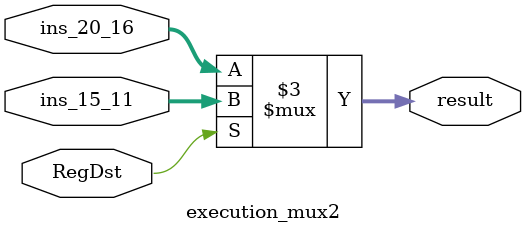
<source format=v>
`timescale 1ns / 1ps
module execution_mux2(ins_20_16, ins_15_11, RegDst, result);

	input [4:0] ins_20_16, ins_15_11;
	input RegDst;
	
	output reg [4:0] result;
	
	always @(*)
	begin
	
		if(RegDst)
		begin
			result <= ins_15_11;
		end
			
		else
		begin
			result <= ins_20_16;
		end
			
	end

endmodule


</source>
